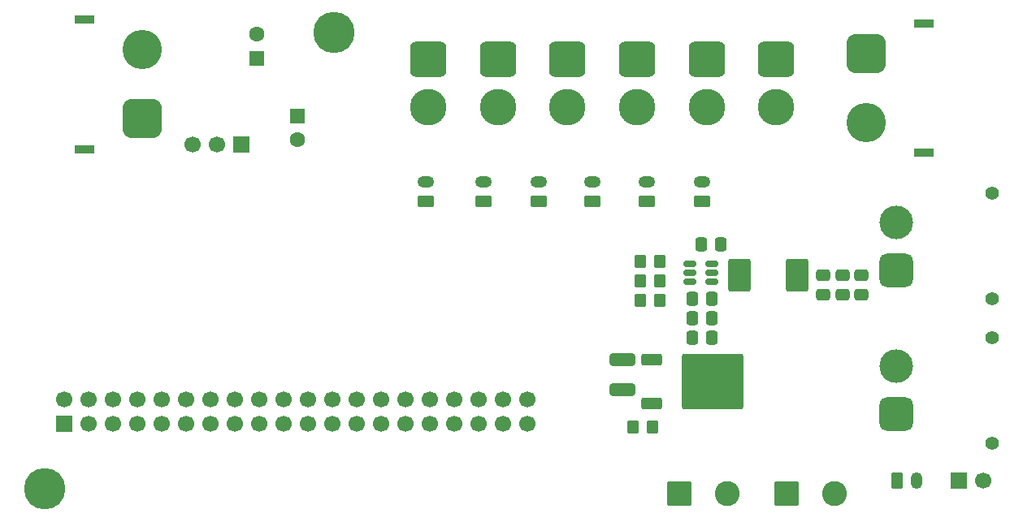
<source format=gbs>
%TF.GenerationSoftware,KiCad,Pcbnew,9.0.5*%
%TF.CreationDate,2025-10-22T13:12:41-04:00*%
%TF.ProjectId,mainBoard,6d61696e-426f-4617-9264-2e6b69636164,rev?*%
%TF.SameCoordinates,Original*%
%TF.FileFunction,Soldermask,Bot*%
%TF.FilePolarity,Negative*%
%FSLAX46Y46*%
G04 Gerber Fmt 4.6, Leading zero omitted, Abs format (unit mm)*
G04 Created by KiCad (PCBNEW 9.0.5) date 2025-10-22 13:12:41*
%MOMM*%
%LPD*%
G01*
G04 APERTURE LIST*
G04 Aperture macros list*
%AMRoundRect*
0 Rectangle with rounded corners*
0 $1 Rounding radius*
0 $2 $3 $4 $5 $6 $7 $8 $9 X,Y pos of 4 corners*
0 Add a 4 corners polygon primitive as box body*
4,1,4,$2,$3,$4,$5,$6,$7,$8,$9,$2,$3,0*
0 Add four circle primitives for the rounded corners*
1,1,$1+$1,$2,$3*
1,1,$1+$1,$4,$5*
1,1,$1+$1,$6,$7*
1,1,$1+$1,$8,$9*
0 Add four rect primitives between the rounded corners*
20,1,$1+$1,$2,$3,$4,$5,0*
20,1,$1+$1,$4,$5,$6,$7,0*
20,1,$1+$1,$6,$7,$8,$9,0*
20,1,$1+$1,$8,$9,$2,$3,0*%
G04 Aperture macros list end*
%ADD10RoundRect,0.250000X0.550000X-0.550000X0.550000X0.550000X-0.550000X0.550000X-0.550000X-0.550000X0*%
%ADD11C,1.600000*%
%ADD12RoundRect,0.250000X-0.550000X0.550000X-0.550000X-0.550000X0.550000X-0.550000X0.550000X0.550000X0*%
%ADD13RoundRect,0.250000X0.625000X-0.350000X0.625000X0.350000X-0.625000X0.350000X-0.625000X-0.350000X0*%
%ADD14O,1.750000X1.200000*%
%ADD15R,2.000000X0.900000*%
%ADD16RoundRect,1.025000X1.025000X-1.025000X1.025000X1.025000X-1.025000X1.025000X-1.025000X-1.025000X0*%
%ADD17C,4.100000*%
%ADD18R,1.700000X1.700000*%
%ADD19C,1.700000*%
%ADD20RoundRect,0.250000X-1.050000X-1.050000X1.050000X-1.050000X1.050000X1.050000X-1.050000X1.050000X0*%
%ADD21C,2.600000*%
%ADD22RoundRect,0.760000X-1.140000X1.140000X-1.140000X-1.140000X1.140000X-1.140000X1.140000X1.140000X0*%
%ADD23C,3.800000*%
%ADD24C,4.300000*%
%ADD25RoundRect,0.250000X-0.350000X-0.625000X0.350000X-0.625000X0.350000X0.625000X-0.350000X0.625000X0*%
%ADD26O,1.200000X1.750000*%
%ADD27RoundRect,1.025000X-1.025000X1.025000X-1.025000X-1.025000X1.025000X-1.025000X1.025000X1.025000X0*%
%ADD28C,1.400000*%
%ADD29RoundRect,0.770000X-0.980000X0.980000X-0.980000X-0.980000X0.980000X-0.980000X0.980000X0.980000X0*%
%ADD30C,3.500000*%
%ADD31RoundRect,0.250000X1.075000X-0.400000X1.075000X0.400000X-1.075000X0.400000X-1.075000X-0.400000X0*%
%ADD32RoundRect,0.250000X-0.337500X-0.475000X0.337500X-0.475000X0.337500X0.475000X-0.337500X0.475000X0*%
%ADD33RoundRect,0.250000X0.350000X0.450000X-0.350000X0.450000X-0.350000X-0.450000X0.350000X-0.450000X0*%
%ADD34RoundRect,0.250000X-0.475000X0.337500X-0.475000X-0.337500X0.475000X-0.337500X0.475000X0.337500X0*%
%ADD35RoundRect,0.235000X-0.940000X-1.465000X0.940000X-1.465000X0.940000X1.465000X-0.940000X1.465000X0*%
%ADD36RoundRect,0.250000X0.337500X0.475000X-0.337500X0.475000X-0.337500X-0.475000X0.337500X-0.475000X0*%
%ADD37RoundRect,0.250000X-0.350000X-0.450000X0.350000X-0.450000X0.350000X0.450000X-0.350000X0.450000X0*%
%ADD38RoundRect,0.250000X-0.850000X-0.350000X0.850000X-0.350000X0.850000X0.350000X-0.850000X0.350000X0*%
%ADD39RoundRect,0.249997X-2.950003X-2.650003X2.950003X-2.650003X2.950003X2.650003X-2.950003X2.650003X0*%
%ADD40RoundRect,0.150000X0.512500X0.150000X-0.512500X0.150000X-0.512500X-0.150000X0.512500X-0.150000X0*%
G04 APERTURE END LIST*
D10*
%TO.C,C28*%
X80485786Y-34096595D03*
D11*
X80485786Y-31596595D03*
%TD*%
D12*
%TO.C,C27*%
X84685786Y-40114215D03*
D11*
X84685786Y-42614215D03*
%TD*%
D13*
%TO.C,J14*%
X104085786Y-49014215D03*
D14*
X104085786Y-47014215D03*
%TD*%
D15*
%TO.C,J1*%
X62485786Y-43564215D03*
X62485786Y-30064215D03*
D16*
X68485786Y-40414215D03*
D17*
X68485786Y-33214215D03*
%TD*%
D18*
%TO.C,J23*%
X60385786Y-72214215D03*
D19*
X60385786Y-69674215D03*
X62925786Y-72214215D03*
X62925786Y-69674215D03*
X65465786Y-72214215D03*
X65465786Y-69674215D03*
X68005786Y-72214215D03*
X68005786Y-69674215D03*
X70545786Y-72214215D03*
X70545786Y-69674215D03*
X73085786Y-72214215D03*
X73085786Y-69674215D03*
X75625786Y-72214215D03*
X75625786Y-69674215D03*
X78165786Y-72214215D03*
X78165786Y-69674215D03*
X80705786Y-72214215D03*
X80705786Y-69674215D03*
X83245786Y-72214215D03*
X83245786Y-69674215D03*
X85785786Y-72214215D03*
X85785786Y-69674215D03*
X88325786Y-72214215D03*
X88325786Y-69674215D03*
X90865786Y-72214215D03*
X90865786Y-69674215D03*
X93405786Y-72214215D03*
X93405786Y-69674215D03*
X95945786Y-72214215D03*
X95945786Y-69674215D03*
X98485786Y-72214215D03*
X98485786Y-69674215D03*
X101025786Y-72214215D03*
X101025786Y-69674215D03*
X103565786Y-72214215D03*
X103565786Y-69674215D03*
X106105786Y-72214215D03*
X106105786Y-69674215D03*
X108645786Y-72214215D03*
X108645786Y-69674215D03*
%TD*%
D20*
%TO.C,J17*%
X135635786Y-79486715D03*
D21*
X140635786Y-79486715D03*
%TD*%
D22*
%TO.C,J7*%
X127335786Y-34214215D03*
D23*
X127335786Y-39214215D03*
%TD*%
D24*
%TO.C,H2*%
X88485786Y-31414215D03*
%TD*%
D22*
%TO.C,J10*%
X105585786Y-34214215D03*
D23*
X105585786Y-39214215D03*
%TD*%
D25*
%TO.C,J21*%
X147185786Y-78164215D03*
D26*
X149185786Y-78164215D03*
%TD*%
D13*
%TO.C,J26*%
X126835786Y-49014215D03*
D14*
X126835786Y-47014215D03*
%TD*%
D20*
%TO.C,J5*%
X124485786Y-79514215D03*
D21*
X129485786Y-79514215D03*
%TD*%
D22*
%TO.C,J6*%
X134585786Y-34214215D03*
D23*
X134585786Y-39214215D03*
%TD*%
D13*
%TO.C,J25*%
X121085786Y-49014215D03*
D14*
X121085786Y-47014215D03*
%TD*%
D13*
%TO.C,J15*%
X109835786Y-49014215D03*
D14*
X109835786Y-47014215D03*
%TD*%
D24*
%TO.C,H1*%
X58385786Y-79014215D03*
%TD*%
D15*
%TO.C,J2*%
X149935786Y-30464215D03*
X149935786Y-43964215D03*
D27*
X143935786Y-33614215D03*
D17*
X143935786Y-40814215D03*
%TD*%
D13*
%TO.C,J13*%
X98085786Y-49014215D03*
D14*
X98085786Y-47014215D03*
%TD*%
D18*
%TO.C,J22*%
X153585786Y-78164215D03*
D19*
X156125786Y-78164215D03*
%TD*%
D22*
%TO.C,J8*%
X120085786Y-34214215D03*
D23*
X120085786Y-39214215D03*
%TD*%
D18*
%TO.C,J12*%
X78825786Y-43114215D03*
D19*
X76285786Y-43114215D03*
X73745786Y-43114215D03*
%TD*%
D28*
%TO.C,J3*%
X157085786Y-63214215D03*
X157085786Y-74214215D03*
D29*
X147085786Y-71214215D03*
D30*
X147085786Y-66214215D03*
%TD*%
D28*
%TO.C,J4*%
X157085786Y-48214215D03*
X157085786Y-59214215D03*
D29*
X147085786Y-56214215D03*
D30*
X147085786Y-51214215D03*
%TD*%
D13*
%TO.C,J24*%
X115435786Y-49014215D03*
D14*
X115435786Y-47014215D03*
%TD*%
D22*
%TO.C,J9*%
X112835786Y-34214215D03*
D23*
X112835786Y-39214215D03*
%TD*%
D22*
%TO.C,J11*%
X98335786Y-34214215D03*
D23*
X98335786Y-39214215D03*
%TD*%
D31*
%TO.C,R14*%
X118548166Y-68664215D03*
X118548166Y-65564215D03*
%TD*%
D32*
%TO.C,C11*%
X126748286Y-53514215D03*
X128823286Y-53514215D03*
%TD*%
D33*
%TO.C,R10*%
X121648166Y-72514215D03*
X119648166Y-72514215D03*
%TD*%
D34*
%TO.C,C12*%
X139448166Y-56714215D03*
X139448166Y-58789215D03*
%TD*%
D35*
%TO.C,L3*%
X130723166Y-56714215D03*
X136773166Y-56714215D03*
%TD*%
D36*
%TO.C,C8*%
X127885666Y-63214215D03*
X125810666Y-63214215D03*
%TD*%
D37*
%TO.C,R7*%
X120448166Y-59314215D03*
X122448166Y-59314215D03*
%TD*%
D38*
%TO.C,Q1*%
X121623166Y-70119215D03*
D39*
X127923166Y-67839215D03*
D38*
X121623166Y-65559215D03*
%TD*%
D37*
%TO.C,R11*%
X120448166Y-55314215D03*
X122448166Y-55314215D03*
%TD*%
D34*
%TO.C,C13*%
X141458166Y-56714215D03*
X141458166Y-58789215D03*
%TD*%
%TO.C,C26*%
X143458166Y-56714215D03*
X143458166Y-58789215D03*
%TD*%
D40*
%TO.C,U2*%
X127823166Y-55514215D03*
X127823166Y-56464215D03*
X127823166Y-57414215D03*
X125548166Y-57414215D03*
X125548166Y-56464215D03*
X125548166Y-55514215D03*
%TD*%
D36*
%TO.C,C10*%
X127885666Y-61214215D03*
X125810666Y-61214215D03*
%TD*%
D33*
%TO.C,R6*%
X122448166Y-57314215D03*
X120448166Y-57314215D03*
%TD*%
D36*
%TO.C,C9*%
X127885666Y-59214215D03*
X125810666Y-59214215D03*
%TD*%
M02*

</source>
